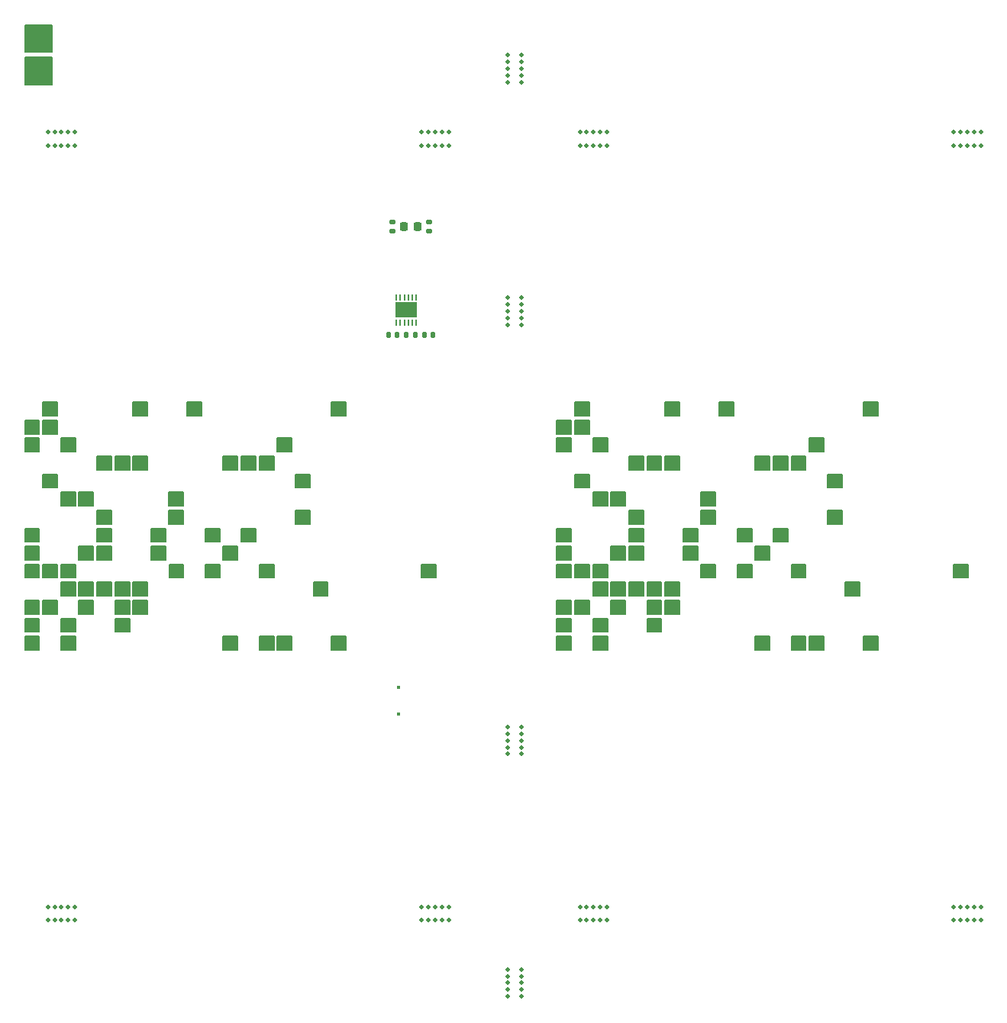
<source format=gts>
G04 #@! TF.GenerationSoftware,KiCad,Pcbnew,(6.0.7)*
G04 #@! TF.CreationDate,2023-01-11T21:48:03+01:00*
G04 #@! TF.ProjectId,PCBWallet,50434257-616c-46c6-9574-2e6b69636164,rev?*
G04 #@! TF.SameCoordinates,Original*
G04 #@! TF.FileFunction,Soldermask,Top*
G04 #@! TF.FilePolarity,Negative*
%FSLAX46Y46*%
G04 Gerber Fmt 4.6, Leading zero omitted, Abs format (unit mm)*
G04 Created by KiCad (PCBNEW (6.0.7)) date 2023-01-11 21:48:03*
%MOMM*%
%LPD*%
G01*
G04 APERTURE LIST*
G04 Aperture macros list*
%AMRoundRect*
0 Rectangle with rounded corners*
0 $1 Rounding radius*
0 $2 $3 $4 $5 $6 $7 $8 $9 X,Y pos of 4 corners*
0 Add a 4 corners polygon primitive as box body*
4,1,4,$2,$3,$4,$5,$6,$7,$8,$9,$2,$3,0*
0 Add four circle primitives for the rounded corners*
1,1,$1+$1,$2,$3*
1,1,$1+$1,$4,$5*
1,1,$1+$1,$6,$7*
1,1,$1+$1,$8,$9*
0 Add four rect primitives between the rounded corners*
20,1,$1+$1,$2,$3,$4,$5,0*
20,1,$1+$1,$4,$5,$6,$7,0*
20,1,$1+$1,$6,$7,$8,$9,0*
20,1,$1+$1,$8,$9,$2,$3,0*%
G04 Aperture macros list end*
%ADD10C,0.200000*%
%ADD11C,0.500000*%
%ADD12RoundRect,0.140000X0.170000X-0.140000X0.170000X0.140000X-0.170000X0.140000X-0.170000X-0.140000X0*%
%ADD13RoundRect,0.140000X-0.140000X-0.170000X0.140000X-0.170000X0.140000X0.170000X-0.140000X0.170000X0*%
%ADD14RoundRect,0.218750X0.218750X0.256250X-0.218750X0.256250X-0.218750X-0.256250X0.218750X-0.256250X0*%
%ADD15R,0.250000X0.700000*%
%ADD16R,2.380000X1.660000*%
%ADD17RoundRect,0.135000X0.185000X-0.135000X0.185000X0.135000X-0.185000X0.135000X-0.185000X-0.135000X0*%
%ADD18C,0.400000*%
G04 APERTURE END LIST*
D10*
X33500000Y-51000000D02*
X36500000Y-51000000D01*
X36500000Y-51000000D02*
X36500000Y-54000000D01*
X36500000Y-54000000D02*
X33500000Y-54000000D01*
X33500000Y-54000000D02*
X33500000Y-51000000D01*
G36*
X33500000Y-51000000D02*
G01*
X36500000Y-51000000D01*
X36500000Y-54000000D01*
X33500000Y-54000000D01*
X33500000Y-51000000D01*
G37*
X33500000Y-105250000D02*
X35100000Y-105250000D01*
X35100000Y-105250000D02*
X35100000Y-106750000D01*
X35100000Y-106750000D02*
X33500000Y-106750000D01*
X33500000Y-106750000D02*
X33500000Y-105250000D01*
G36*
X33500000Y-105250000D02*
G01*
X35100000Y-105250000D01*
X35100000Y-106750000D01*
X33500000Y-106750000D01*
X33500000Y-105250000D01*
G37*
X114500000Y-95250000D02*
X116100000Y-95250000D01*
X116100000Y-95250000D02*
X116100000Y-96750000D01*
X116100000Y-96750000D02*
X114500000Y-96750000D01*
X114500000Y-96750000D02*
X114500000Y-95250000D01*
G36*
X114500000Y-95250000D02*
G01*
X116100000Y-95250000D01*
X116100000Y-96750000D01*
X114500000Y-96750000D01*
X114500000Y-95250000D01*
G37*
X39100000Y-116750000D02*
X37500000Y-116750000D01*
X37500000Y-116750000D02*
X37500000Y-115250000D01*
X37500000Y-115250000D02*
X39100000Y-115250000D01*
X39100000Y-115250000D02*
X39100000Y-116750000D01*
G36*
X39100000Y-116750000D02*
G01*
X37500000Y-116750000D01*
X37500000Y-115250000D01*
X39100000Y-115250000D01*
X39100000Y-116750000D01*
G37*
X43500000Y-113250000D02*
X45100000Y-113250000D01*
X45100000Y-113250000D02*
X45100000Y-114750000D01*
X45100000Y-114750000D02*
X43500000Y-114750000D01*
X43500000Y-114750000D02*
X43500000Y-113250000D01*
G36*
X43500000Y-113250000D02*
G01*
X45100000Y-113250000D01*
X45100000Y-114750000D01*
X43500000Y-114750000D01*
X43500000Y-113250000D01*
G37*
X108485648Y-99241953D02*
X110085648Y-99241953D01*
X110085648Y-99241953D02*
X110085648Y-100741953D01*
X110085648Y-100741953D02*
X108485648Y-100741953D01*
X108485648Y-100741953D02*
X108485648Y-99241953D01*
G36*
X108485648Y-99241953D02*
G01*
X110085648Y-99241953D01*
X110085648Y-100741953D01*
X108485648Y-100741953D01*
X108485648Y-99241953D01*
G37*
X112500000Y-103250000D02*
X114100000Y-103250000D01*
X114100000Y-103250000D02*
X114100000Y-104750000D01*
X114100000Y-104750000D02*
X112500000Y-104750000D01*
X112500000Y-104750000D02*
X112500000Y-103250000D01*
G36*
X112500000Y-103250000D02*
G01*
X114100000Y-103250000D01*
X114100000Y-104750000D01*
X112500000Y-104750000D01*
X112500000Y-103250000D01*
G37*
X92500000Y-91250000D02*
X94100000Y-91250000D01*
X94100000Y-91250000D02*
X94100000Y-92750000D01*
X94100000Y-92750000D02*
X92500000Y-92750000D01*
X92500000Y-92750000D02*
X92500000Y-91250000D01*
G36*
X92500000Y-91250000D02*
G01*
X94100000Y-91250000D01*
X94100000Y-92750000D01*
X92500000Y-92750000D01*
X92500000Y-91250000D01*
G37*
X102100000Y-104750000D02*
X100500000Y-104750000D01*
X100500000Y-104750000D02*
X100500000Y-103250000D01*
X100500000Y-103250000D02*
X102100000Y-103250000D01*
X102100000Y-103250000D02*
X102100000Y-104750000D01*
G36*
X102100000Y-104750000D02*
G01*
X100500000Y-104750000D01*
X100500000Y-103250000D01*
X102100000Y-103250000D01*
X102100000Y-104750000D01*
G37*
X126500000Y-115250000D02*
X128100000Y-115250000D01*
X128100000Y-115250000D02*
X128100000Y-116750000D01*
X128100000Y-116750000D02*
X126500000Y-116750000D01*
X126500000Y-116750000D02*
X126500000Y-115250000D01*
G36*
X126500000Y-115250000D02*
G01*
X128100000Y-115250000D01*
X128100000Y-116750000D01*
X126500000Y-116750000D01*
X126500000Y-115250000D01*
G37*
X92500000Y-103250000D02*
X94100000Y-103250000D01*
X94100000Y-103250000D02*
X94100000Y-104750000D01*
X94100000Y-104750000D02*
X92500000Y-104750000D01*
X92500000Y-104750000D02*
X92500000Y-103250000D01*
G36*
X92500000Y-103250000D02*
G01*
X94100000Y-103250000D01*
X94100000Y-104750000D01*
X92500000Y-104750000D01*
X92500000Y-103250000D01*
G37*
X33500000Y-111250000D02*
X35100000Y-111250000D01*
X35100000Y-111250000D02*
X35100000Y-112750000D01*
X35100000Y-112750000D02*
X33500000Y-112750000D01*
X33500000Y-112750000D02*
X33500000Y-111250000D01*
G36*
X33500000Y-111250000D02*
G01*
X35100000Y-111250000D01*
X35100000Y-112750000D01*
X33500000Y-112750000D01*
X33500000Y-111250000D01*
G37*
X92500000Y-115250000D02*
X94100000Y-115250000D01*
X94100000Y-115250000D02*
X94100000Y-116750000D01*
X94100000Y-116750000D02*
X92500000Y-116750000D01*
X92500000Y-116750000D02*
X92500000Y-115250000D01*
G36*
X92500000Y-115250000D02*
G01*
X94100000Y-115250000D01*
X94100000Y-116750000D01*
X92500000Y-116750000D01*
X92500000Y-115250000D01*
G37*
X35500000Y-89250000D02*
X37100000Y-89250000D01*
X37100000Y-89250000D02*
X37100000Y-90750000D01*
X37100000Y-90750000D02*
X35500000Y-90750000D01*
X35500000Y-90750000D02*
X35500000Y-89250000D01*
G36*
X35500000Y-89250000D02*
G01*
X37100000Y-89250000D01*
X37100000Y-90750000D01*
X35500000Y-90750000D01*
X35500000Y-89250000D01*
G37*
X122100000Y-94750000D02*
X120500000Y-94750000D01*
X120500000Y-94750000D02*
X120500000Y-93250000D01*
X120500000Y-93250000D02*
X122100000Y-93250000D01*
X122100000Y-93250000D02*
X122100000Y-94750000D01*
G36*
X122100000Y-94750000D02*
G01*
X120500000Y-94750000D01*
X120500000Y-93250000D01*
X122100000Y-93250000D01*
X122100000Y-94750000D01*
G37*
X61100000Y-108750000D02*
X59500000Y-108750000D01*
X59500000Y-108750000D02*
X59500000Y-107250000D01*
X59500000Y-107250000D02*
X61100000Y-107250000D01*
X61100000Y-107250000D02*
X61100000Y-108750000D01*
G36*
X61100000Y-108750000D02*
G01*
X59500000Y-108750000D01*
X59500000Y-107250000D01*
X61100000Y-107250000D01*
X61100000Y-108750000D01*
G37*
X96500000Y-93250000D02*
X98100000Y-93250000D01*
X98100000Y-93250000D02*
X98100000Y-94750000D01*
X98100000Y-94750000D02*
X96500000Y-94750000D01*
X96500000Y-94750000D02*
X96500000Y-93250000D01*
G36*
X96500000Y-93250000D02*
G01*
X98100000Y-93250000D01*
X98100000Y-94750000D01*
X96500000Y-94750000D01*
X96500000Y-93250000D01*
G37*
X114500000Y-105250000D02*
X116100000Y-105250000D01*
X116100000Y-105250000D02*
X116100000Y-106750000D01*
X116100000Y-106750000D02*
X114500000Y-106750000D01*
X114500000Y-106750000D02*
X114500000Y-105250000D01*
G36*
X114500000Y-105250000D02*
G01*
X116100000Y-105250000D01*
X116100000Y-106750000D01*
X114500000Y-106750000D01*
X114500000Y-105250000D01*
G37*
X49485648Y-99241953D02*
X51085648Y-99241953D01*
X51085648Y-99241953D02*
X51085648Y-100741953D01*
X51085648Y-100741953D02*
X49485648Y-100741953D01*
X49485648Y-100741953D02*
X49485648Y-99241953D01*
G36*
X49485648Y-99241953D02*
G01*
X51085648Y-99241953D01*
X51085648Y-100741953D01*
X49485648Y-100741953D01*
X49485648Y-99241953D01*
G37*
X33500000Y-47400000D02*
X36500000Y-47400000D01*
X36500000Y-47400000D02*
X36500000Y-50400000D01*
X36500000Y-50400000D02*
X33500000Y-50400000D01*
X33500000Y-50400000D02*
X33500000Y-47400000D01*
G36*
X33500000Y-47400000D02*
G01*
X36500000Y-47400000D01*
X36500000Y-50400000D01*
X33500000Y-50400000D01*
X33500000Y-47400000D01*
G37*
X108500000Y-107250000D02*
X110100000Y-107250000D01*
X110100000Y-107250000D02*
X110100000Y-108750000D01*
X110100000Y-108750000D02*
X108500000Y-108750000D01*
X108500000Y-108750000D02*
X108500000Y-107250000D01*
G36*
X108500000Y-107250000D02*
G01*
X110100000Y-107250000D01*
X110100000Y-108750000D01*
X108500000Y-108750000D01*
X108500000Y-107250000D01*
G37*
X33500000Y-107250000D02*
X35100000Y-107250000D01*
X35100000Y-107250000D02*
X35100000Y-108750000D01*
X35100000Y-108750000D02*
X33500000Y-108750000D01*
X33500000Y-108750000D02*
X33500000Y-107250000D01*
G36*
X33500000Y-107250000D02*
G01*
X35100000Y-107250000D01*
X35100000Y-108750000D01*
X33500000Y-108750000D01*
X33500000Y-107250000D01*
G37*
X35500000Y-97250000D02*
X37100000Y-97250000D01*
X37100000Y-97250000D02*
X37100000Y-98750000D01*
X37100000Y-98750000D02*
X35500000Y-98750000D01*
X35500000Y-98750000D02*
X35500000Y-97250000D01*
G36*
X35500000Y-97250000D02*
G01*
X37100000Y-97250000D01*
X37100000Y-98750000D01*
X35500000Y-98750000D01*
X35500000Y-97250000D01*
G37*
X100500000Y-109250000D02*
X102100000Y-109250000D01*
X102100000Y-109250000D02*
X102100000Y-110750000D01*
X102100000Y-110750000D02*
X100500000Y-110750000D01*
X100500000Y-110750000D02*
X100500000Y-109250000D01*
G36*
X100500000Y-109250000D02*
G01*
X102100000Y-109250000D01*
X102100000Y-110750000D01*
X100500000Y-110750000D01*
X100500000Y-109250000D01*
G37*
X122500000Y-97250000D02*
X124100000Y-97250000D01*
X124100000Y-97250000D02*
X124100000Y-98750000D01*
X124100000Y-98750000D02*
X122500000Y-98750000D01*
X122500000Y-98750000D02*
X122500000Y-97250000D01*
G36*
X122500000Y-97250000D02*
G01*
X124100000Y-97250000D01*
X124100000Y-98750000D01*
X122500000Y-98750000D01*
X122500000Y-97250000D01*
G37*
X94500000Y-91250000D02*
X96100000Y-91250000D01*
X96100000Y-91250000D02*
X96100000Y-92750000D01*
X96100000Y-92750000D02*
X94500000Y-92750000D01*
X94500000Y-92750000D02*
X94500000Y-91250000D01*
G36*
X94500000Y-91250000D02*
G01*
X96100000Y-91250000D01*
X96100000Y-92750000D01*
X94500000Y-92750000D01*
X94500000Y-91250000D01*
G37*
X124500000Y-109250000D02*
X126100000Y-109250000D01*
X126100000Y-109250000D02*
X126100000Y-110750000D01*
X126100000Y-110750000D02*
X124500000Y-110750000D01*
X124500000Y-110750000D02*
X124500000Y-109250000D01*
G36*
X124500000Y-109250000D02*
G01*
X126100000Y-109250000D01*
X126100000Y-110750000D01*
X124500000Y-110750000D01*
X124500000Y-109250000D01*
G37*
X55500000Y-115250000D02*
X57100000Y-115250000D01*
X57100000Y-115250000D02*
X57100000Y-116750000D01*
X57100000Y-116750000D02*
X55500000Y-116750000D01*
X55500000Y-116750000D02*
X55500000Y-115250000D01*
G36*
X55500000Y-115250000D02*
G01*
X57100000Y-115250000D01*
X57100000Y-116750000D01*
X55500000Y-116750000D01*
X55500000Y-115250000D01*
G37*
X126500000Y-89250000D02*
X128100000Y-89250000D01*
X128100000Y-89250000D02*
X128100000Y-90750000D01*
X128100000Y-90750000D02*
X126500000Y-90750000D01*
X126500000Y-90750000D02*
X126500000Y-89250000D01*
G36*
X126500000Y-89250000D02*
G01*
X128100000Y-89250000D01*
X128100000Y-90750000D01*
X126500000Y-90750000D01*
X126500000Y-89250000D01*
G37*
X39100000Y-110750000D02*
X37500000Y-110750000D01*
X37500000Y-110750000D02*
X37500000Y-109250000D01*
X37500000Y-109250000D02*
X39100000Y-109250000D01*
X39100000Y-109250000D02*
X39100000Y-110750000D01*
G36*
X39100000Y-110750000D02*
G01*
X37500000Y-110750000D01*
X37500000Y-109250000D01*
X39100000Y-109250000D01*
X39100000Y-110750000D01*
G37*
X37500000Y-99250000D02*
X39100000Y-99250000D01*
X39100000Y-99250000D02*
X39100000Y-100750000D01*
X39100000Y-100750000D02*
X37500000Y-100750000D01*
X37500000Y-100750000D02*
X37500000Y-99250000D01*
G36*
X37500000Y-99250000D02*
G01*
X39100000Y-99250000D01*
X39100000Y-100750000D01*
X37500000Y-100750000D01*
X37500000Y-99250000D01*
G37*
X47500000Y-103250000D02*
X49100000Y-103250000D01*
X49100000Y-103250000D02*
X49100000Y-104750000D01*
X49100000Y-104750000D02*
X47500000Y-104750000D01*
X47500000Y-104750000D02*
X47500000Y-103250000D01*
G36*
X47500000Y-103250000D02*
G01*
X49100000Y-103250000D01*
X49100000Y-104750000D01*
X47500000Y-104750000D01*
X47500000Y-103250000D01*
G37*
X37500000Y-113250000D02*
X39100000Y-113250000D01*
X39100000Y-113250000D02*
X39100000Y-114750000D01*
X39100000Y-114750000D02*
X37500000Y-114750000D01*
X37500000Y-114750000D02*
X37500000Y-113250000D01*
G36*
X37500000Y-113250000D02*
G01*
X39100000Y-113250000D01*
X39100000Y-114750000D01*
X37500000Y-114750000D01*
X37500000Y-113250000D01*
G37*
X102500000Y-109250000D02*
X104100000Y-109250000D01*
X104100000Y-109250000D02*
X104100000Y-110750000D01*
X104100000Y-110750000D02*
X102500000Y-110750000D01*
X102500000Y-110750000D02*
X102500000Y-109250000D01*
G36*
X102500000Y-109250000D02*
G01*
X104100000Y-109250000D01*
X104100000Y-110750000D01*
X102500000Y-110750000D01*
X102500000Y-109250000D01*
G37*
X110085648Y-102741953D02*
X108485648Y-102741953D01*
X108485648Y-102741953D02*
X108485648Y-101241953D01*
X108485648Y-101241953D02*
X110085648Y-101241953D01*
X110085648Y-101241953D02*
X110085648Y-102741953D01*
G36*
X110085648Y-102741953D02*
G01*
X108485648Y-102741953D01*
X108485648Y-101241953D01*
X110085648Y-101241953D01*
X110085648Y-102741953D01*
G37*
X45500000Y-95250000D02*
X47100000Y-95250000D01*
X47100000Y-95250000D02*
X47100000Y-96750000D01*
X47100000Y-96750000D02*
X45500000Y-96750000D01*
X45500000Y-96750000D02*
X45500000Y-95250000D01*
G36*
X45500000Y-95250000D02*
G01*
X47100000Y-95250000D01*
X47100000Y-96750000D01*
X45500000Y-96750000D01*
X45500000Y-95250000D01*
G37*
X55500000Y-95250000D02*
X57100000Y-95250000D01*
X57100000Y-95250000D02*
X57100000Y-96750000D01*
X57100000Y-96750000D02*
X55500000Y-96750000D01*
X55500000Y-96750000D02*
X55500000Y-95250000D01*
G36*
X55500000Y-95250000D02*
G01*
X57100000Y-95250000D01*
X57100000Y-96750000D01*
X55500000Y-96750000D01*
X55500000Y-95250000D01*
G37*
X63500000Y-97250000D02*
X65100000Y-97250000D01*
X65100000Y-97250000D02*
X65100000Y-98750000D01*
X65100000Y-98750000D02*
X63500000Y-98750000D01*
X63500000Y-98750000D02*
X63500000Y-97250000D01*
G36*
X63500000Y-97250000D02*
G01*
X65100000Y-97250000D01*
X65100000Y-98750000D01*
X63500000Y-98750000D01*
X63500000Y-97250000D01*
G37*
X35500000Y-107250000D02*
X37100000Y-107250000D01*
X37100000Y-107250000D02*
X37100000Y-108750000D01*
X37100000Y-108750000D02*
X35500000Y-108750000D01*
X35500000Y-108750000D02*
X35500000Y-107250000D01*
G36*
X35500000Y-107250000D02*
G01*
X37100000Y-107250000D01*
X37100000Y-108750000D01*
X35500000Y-108750000D01*
X35500000Y-107250000D01*
G37*
X110500000Y-89250000D02*
X112100000Y-89250000D01*
X112100000Y-89250000D02*
X112100000Y-90750000D01*
X112100000Y-90750000D02*
X110500000Y-90750000D01*
X110500000Y-90750000D02*
X110500000Y-89250000D01*
G36*
X110500000Y-89250000D02*
G01*
X112100000Y-89250000D01*
X112100000Y-90750000D01*
X110500000Y-90750000D01*
X110500000Y-89250000D01*
G37*
X104100000Y-112750000D02*
X102500000Y-112750000D01*
X102500000Y-112750000D02*
X102500000Y-111250000D01*
X102500000Y-111250000D02*
X104100000Y-111250000D01*
X104100000Y-111250000D02*
X104100000Y-112750000D01*
G36*
X104100000Y-112750000D02*
G01*
X102500000Y-112750000D01*
X102500000Y-111250000D01*
X104100000Y-111250000D01*
X104100000Y-112750000D01*
G37*
X61500000Y-115250000D02*
X63100000Y-115250000D01*
X63100000Y-115250000D02*
X63100000Y-116750000D01*
X63100000Y-116750000D02*
X61500000Y-116750000D01*
X61500000Y-116750000D02*
X61500000Y-115250000D01*
G36*
X61500000Y-115250000D02*
G01*
X63100000Y-115250000D01*
X63100000Y-116750000D01*
X61500000Y-116750000D01*
X61500000Y-115250000D01*
G37*
X63500000Y-101250000D02*
X65100000Y-101250000D01*
X65100000Y-101250000D02*
X65100000Y-102750000D01*
X65100000Y-102750000D02*
X63500000Y-102750000D01*
X63500000Y-102750000D02*
X63500000Y-101250000D01*
G36*
X63500000Y-101250000D02*
G01*
X65100000Y-101250000D01*
X65100000Y-102750000D01*
X63500000Y-102750000D01*
X63500000Y-101250000D01*
G37*
X45100000Y-112750000D02*
X43500000Y-112750000D01*
X43500000Y-112750000D02*
X43500000Y-111250000D01*
X43500000Y-111250000D02*
X45100000Y-111250000D01*
X45100000Y-111250000D02*
X45100000Y-112750000D01*
G36*
X45100000Y-112750000D02*
G01*
X43500000Y-112750000D01*
X43500000Y-111250000D01*
X45100000Y-111250000D01*
X45100000Y-112750000D01*
G37*
X118500000Y-95250000D02*
X120100000Y-95250000D01*
X120100000Y-95250000D02*
X120100000Y-96750000D01*
X120100000Y-96750000D02*
X118500000Y-96750000D01*
X118500000Y-96750000D02*
X118500000Y-95250000D01*
G36*
X118500000Y-95250000D02*
G01*
X120100000Y-95250000D01*
X120100000Y-96750000D01*
X118500000Y-96750000D01*
X118500000Y-95250000D01*
G37*
X33500000Y-93250000D02*
X35100000Y-93250000D01*
X35100000Y-93250000D02*
X35100000Y-94750000D01*
X35100000Y-94750000D02*
X33500000Y-94750000D01*
X33500000Y-94750000D02*
X33500000Y-93250000D01*
G36*
X33500000Y-93250000D02*
G01*
X35100000Y-93250000D01*
X35100000Y-94750000D01*
X33500000Y-94750000D01*
X33500000Y-93250000D01*
G37*
X116500000Y-103250000D02*
X118100000Y-103250000D01*
X118100000Y-103250000D02*
X118100000Y-104750000D01*
X118100000Y-104750000D02*
X116500000Y-104750000D01*
X116500000Y-104750000D02*
X116500000Y-103250000D01*
G36*
X116500000Y-103250000D02*
G01*
X118100000Y-103250000D01*
X118100000Y-104750000D01*
X116500000Y-104750000D01*
X116500000Y-103250000D01*
G37*
X94500000Y-107250000D02*
X96100000Y-107250000D01*
X96100000Y-107250000D02*
X96100000Y-108750000D01*
X96100000Y-108750000D02*
X94500000Y-108750000D01*
X94500000Y-108750000D02*
X94500000Y-107250000D01*
G36*
X94500000Y-107250000D02*
G01*
X96100000Y-107250000D01*
X96100000Y-108750000D01*
X94500000Y-108750000D01*
X94500000Y-107250000D01*
G37*
X106500000Y-103250000D02*
X108100000Y-103250000D01*
X108100000Y-103250000D02*
X108100000Y-104750000D01*
X108100000Y-104750000D02*
X106500000Y-104750000D01*
X106500000Y-104750000D02*
X106500000Y-103250000D01*
G36*
X106500000Y-103250000D02*
G01*
X108100000Y-103250000D01*
X108100000Y-104750000D01*
X106500000Y-104750000D01*
X106500000Y-103250000D01*
G37*
X37500000Y-107250000D02*
X39100000Y-107250000D01*
X39100000Y-107250000D02*
X39100000Y-108750000D01*
X39100000Y-108750000D02*
X37500000Y-108750000D01*
X37500000Y-108750000D02*
X37500000Y-107250000D01*
G36*
X37500000Y-107250000D02*
G01*
X39100000Y-107250000D01*
X39100000Y-108750000D01*
X37500000Y-108750000D01*
X37500000Y-107250000D01*
G37*
X39500000Y-105250000D02*
X41100000Y-105250000D01*
X41100000Y-105250000D02*
X41100000Y-106750000D01*
X41100000Y-106750000D02*
X39500000Y-106750000D01*
X39500000Y-106750000D02*
X39500000Y-105250000D01*
G36*
X39500000Y-105250000D02*
G01*
X41100000Y-105250000D01*
X41100000Y-106750000D01*
X39500000Y-106750000D01*
X39500000Y-105250000D01*
G37*
X53500000Y-103250000D02*
X55100000Y-103250000D01*
X55100000Y-103250000D02*
X55100000Y-104750000D01*
X55100000Y-104750000D02*
X53500000Y-104750000D01*
X53500000Y-104750000D02*
X53500000Y-103250000D01*
G36*
X53500000Y-103250000D02*
G01*
X55100000Y-103250000D01*
X55100000Y-104750000D01*
X53500000Y-104750000D01*
X53500000Y-103250000D01*
G37*
X55500000Y-105250000D02*
X57100000Y-105250000D01*
X57100000Y-105250000D02*
X57100000Y-106750000D01*
X57100000Y-106750000D02*
X55500000Y-106750000D01*
X55500000Y-106750000D02*
X55500000Y-105250000D01*
G36*
X55500000Y-105250000D02*
G01*
X57100000Y-105250000D01*
X57100000Y-106750000D01*
X55500000Y-106750000D01*
X55500000Y-105250000D01*
G37*
X35500000Y-91250000D02*
X37100000Y-91250000D01*
X37100000Y-91250000D02*
X37100000Y-92750000D01*
X37100000Y-92750000D02*
X35500000Y-92750000D01*
X35500000Y-92750000D02*
X35500000Y-91250000D01*
G36*
X35500000Y-91250000D02*
G01*
X37100000Y-91250000D01*
X37100000Y-92750000D01*
X35500000Y-92750000D01*
X35500000Y-91250000D01*
G37*
X41500000Y-95250000D02*
X43100000Y-95250000D01*
X43100000Y-95250000D02*
X43100000Y-96750000D01*
X43100000Y-96750000D02*
X41500000Y-96750000D01*
X41500000Y-96750000D02*
X41500000Y-95250000D01*
G36*
X41500000Y-95250000D02*
G01*
X43100000Y-95250000D01*
X43100000Y-96750000D01*
X41500000Y-96750000D01*
X41500000Y-95250000D01*
G37*
X98100000Y-110750000D02*
X96500000Y-110750000D01*
X96500000Y-110750000D02*
X96500000Y-109250000D01*
X96500000Y-109250000D02*
X98100000Y-109250000D01*
X98100000Y-109250000D02*
X98100000Y-110750000D01*
G36*
X98100000Y-110750000D02*
G01*
X96500000Y-110750000D01*
X96500000Y-109250000D01*
X98100000Y-109250000D01*
X98100000Y-110750000D01*
G37*
X35500000Y-89250000D02*
X37100000Y-89250000D01*
X37100000Y-89250000D02*
X37100000Y-90750000D01*
X37100000Y-90750000D02*
X35500000Y-90750000D01*
X35500000Y-90750000D02*
X35500000Y-89250000D01*
G36*
X35500000Y-89250000D02*
G01*
X37100000Y-89250000D01*
X37100000Y-90750000D01*
X35500000Y-90750000D01*
X35500000Y-89250000D01*
G37*
X122500000Y-101250000D02*
X124100000Y-101250000D01*
X124100000Y-101250000D02*
X124100000Y-102750000D01*
X124100000Y-102750000D02*
X122500000Y-102750000D01*
X122500000Y-102750000D02*
X122500000Y-101250000D01*
G36*
X122500000Y-101250000D02*
G01*
X124100000Y-101250000D01*
X124100000Y-102750000D01*
X122500000Y-102750000D01*
X122500000Y-101250000D01*
G37*
X104500000Y-95250000D02*
X106100000Y-95250000D01*
X106100000Y-95250000D02*
X106100000Y-96750000D01*
X106100000Y-96750000D02*
X104500000Y-96750000D01*
X104500000Y-96750000D02*
X104500000Y-95250000D01*
G36*
X104500000Y-95250000D02*
G01*
X106100000Y-95250000D01*
X106100000Y-96750000D01*
X104500000Y-96750000D01*
X104500000Y-95250000D01*
G37*
X104500000Y-89250000D02*
X106100000Y-89250000D01*
X106100000Y-89250000D02*
X106100000Y-90750000D01*
X106100000Y-90750000D02*
X104500000Y-90750000D01*
X104500000Y-90750000D02*
X104500000Y-89250000D01*
G36*
X104500000Y-89250000D02*
G01*
X106100000Y-89250000D01*
X106100000Y-90750000D01*
X104500000Y-90750000D01*
X104500000Y-89250000D01*
G37*
X63100000Y-94750000D02*
X61500000Y-94750000D01*
X61500000Y-94750000D02*
X61500000Y-93250000D01*
X61500000Y-93250000D02*
X63100000Y-93250000D01*
X63100000Y-93250000D02*
X63100000Y-94750000D01*
G36*
X63100000Y-94750000D02*
G01*
X61500000Y-94750000D01*
X61500000Y-93250000D01*
X63100000Y-93250000D01*
X63100000Y-94750000D01*
G37*
X102100000Y-106750000D02*
X100500000Y-106750000D01*
X100500000Y-106750000D02*
X100500000Y-105250000D01*
X100500000Y-105250000D02*
X102100000Y-105250000D01*
X102100000Y-105250000D02*
X102100000Y-106750000D01*
G36*
X102100000Y-106750000D02*
G01*
X100500000Y-106750000D01*
X100500000Y-105250000D01*
X102100000Y-105250000D01*
X102100000Y-106750000D01*
G37*
X94500000Y-111250000D02*
X96100000Y-111250000D01*
X96100000Y-111250000D02*
X96100000Y-112750000D01*
X96100000Y-112750000D02*
X94500000Y-112750000D01*
X94500000Y-112750000D02*
X94500000Y-111250000D01*
G36*
X94500000Y-111250000D02*
G01*
X96100000Y-111250000D01*
X96100000Y-112750000D01*
X94500000Y-112750000D01*
X94500000Y-111250000D01*
G37*
X118500000Y-115250000D02*
X120100000Y-115250000D01*
X120100000Y-115250000D02*
X120100000Y-116750000D01*
X120100000Y-116750000D02*
X118500000Y-116750000D01*
X118500000Y-116750000D02*
X118500000Y-115250000D01*
G36*
X118500000Y-115250000D02*
G01*
X120100000Y-115250000D01*
X120100000Y-116750000D01*
X118500000Y-116750000D01*
X118500000Y-115250000D01*
G37*
X92500000Y-111250000D02*
X94100000Y-111250000D01*
X94100000Y-111250000D02*
X94100000Y-112750000D01*
X94100000Y-112750000D02*
X92500000Y-112750000D01*
X92500000Y-112750000D02*
X92500000Y-111250000D01*
G36*
X92500000Y-111250000D02*
G01*
X94100000Y-111250000D01*
X94100000Y-112750000D01*
X92500000Y-112750000D01*
X92500000Y-111250000D01*
G37*
X118100000Y-96750000D02*
X116500000Y-96750000D01*
X116500000Y-96750000D02*
X116500000Y-95250000D01*
X116500000Y-95250000D02*
X118100000Y-95250000D01*
X118100000Y-95250000D02*
X118100000Y-96750000D01*
G36*
X118100000Y-96750000D02*
G01*
X116500000Y-96750000D01*
X116500000Y-95250000D01*
X118100000Y-95250000D01*
X118100000Y-96750000D01*
G37*
X33500000Y-113250000D02*
X35100000Y-113250000D01*
X35100000Y-113250000D02*
X35100000Y-114750000D01*
X35100000Y-114750000D02*
X33500000Y-114750000D01*
X33500000Y-114750000D02*
X33500000Y-113250000D01*
G36*
X33500000Y-113250000D02*
G01*
X35100000Y-113250000D01*
X35100000Y-114750000D01*
X33500000Y-114750000D01*
X33500000Y-113250000D01*
G37*
X49500000Y-107250000D02*
X51100000Y-107250000D01*
X51100000Y-107250000D02*
X51100000Y-108750000D01*
X51100000Y-108750000D02*
X49500000Y-108750000D01*
X49500000Y-108750000D02*
X49500000Y-107250000D01*
G36*
X49500000Y-107250000D02*
G01*
X51100000Y-107250000D01*
X51100000Y-108750000D01*
X49500000Y-108750000D01*
X49500000Y-107250000D01*
G37*
X43500000Y-109250000D02*
X45100000Y-109250000D01*
X45100000Y-109250000D02*
X45100000Y-110750000D01*
X45100000Y-110750000D02*
X43500000Y-110750000D01*
X43500000Y-110750000D02*
X43500000Y-109250000D01*
G36*
X43500000Y-109250000D02*
G01*
X45100000Y-109250000D01*
X45100000Y-110750000D01*
X43500000Y-110750000D01*
X43500000Y-109250000D01*
G37*
X41500000Y-101250000D02*
X43100000Y-101250000D01*
X43100000Y-101250000D02*
X43100000Y-102750000D01*
X43100000Y-102750000D02*
X41500000Y-102750000D01*
X41500000Y-102750000D02*
X41500000Y-101250000D01*
G36*
X41500000Y-101250000D02*
G01*
X43100000Y-101250000D01*
X43100000Y-102750000D01*
X41500000Y-102750000D01*
X41500000Y-101250000D01*
G37*
X94500000Y-89250000D02*
X96100000Y-89250000D01*
X96100000Y-89250000D02*
X96100000Y-90750000D01*
X96100000Y-90750000D02*
X94500000Y-90750000D01*
X94500000Y-90750000D02*
X94500000Y-89250000D01*
G36*
X94500000Y-89250000D02*
G01*
X96100000Y-89250000D01*
X96100000Y-90750000D01*
X94500000Y-90750000D01*
X94500000Y-89250000D01*
G37*
X47100000Y-112750000D02*
X45500000Y-112750000D01*
X45500000Y-112750000D02*
X45500000Y-111250000D01*
X45500000Y-111250000D02*
X47100000Y-111250000D01*
X47100000Y-111250000D02*
X47100000Y-112750000D01*
G36*
X47100000Y-112750000D02*
G01*
X45500000Y-112750000D01*
X45500000Y-111250000D01*
X47100000Y-111250000D01*
X47100000Y-112750000D01*
G37*
X51500000Y-89250000D02*
X53100000Y-89250000D01*
X53100000Y-89250000D02*
X53100000Y-90750000D01*
X53100000Y-90750000D02*
X51500000Y-90750000D01*
X51500000Y-90750000D02*
X51500000Y-89250000D01*
G36*
X51500000Y-89250000D02*
G01*
X53100000Y-89250000D01*
X53100000Y-90750000D01*
X51500000Y-90750000D01*
X51500000Y-89250000D01*
G37*
X100100000Y-112750000D02*
X98500000Y-112750000D01*
X98500000Y-112750000D02*
X98500000Y-111250000D01*
X98500000Y-111250000D02*
X100100000Y-111250000D01*
X100100000Y-111250000D02*
X100100000Y-112750000D01*
G36*
X100100000Y-112750000D02*
G01*
X98500000Y-112750000D01*
X98500000Y-111250000D01*
X100100000Y-111250000D01*
X100100000Y-112750000D01*
G37*
X102500000Y-113250000D02*
X104100000Y-113250000D01*
X104100000Y-113250000D02*
X104100000Y-114750000D01*
X104100000Y-114750000D02*
X102500000Y-114750000D01*
X102500000Y-114750000D02*
X102500000Y-113250000D01*
G36*
X102500000Y-113250000D02*
G01*
X104100000Y-113250000D01*
X104100000Y-114750000D01*
X102500000Y-114750000D01*
X102500000Y-113250000D01*
G37*
X41500000Y-109250000D02*
X43100000Y-109250000D01*
X43100000Y-109250000D02*
X43100000Y-110750000D01*
X43100000Y-110750000D02*
X41500000Y-110750000D01*
X41500000Y-110750000D02*
X41500000Y-109250000D01*
G36*
X41500000Y-109250000D02*
G01*
X43100000Y-109250000D01*
X43100000Y-110750000D01*
X41500000Y-110750000D01*
X41500000Y-109250000D01*
G37*
X106100000Y-112750000D02*
X104500000Y-112750000D01*
X104500000Y-112750000D02*
X104500000Y-111250000D01*
X104500000Y-111250000D02*
X106100000Y-111250000D01*
X106100000Y-111250000D02*
X106100000Y-112750000D01*
G36*
X106100000Y-112750000D02*
G01*
X104500000Y-112750000D01*
X104500000Y-111250000D01*
X106100000Y-111250000D01*
X106100000Y-112750000D01*
G37*
X120500000Y-115250000D02*
X122100000Y-115250000D01*
X122100000Y-115250000D02*
X122100000Y-116750000D01*
X122100000Y-116750000D02*
X120500000Y-116750000D01*
X120500000Y-116750000D02*
X120500000Y-115250000D01*
G36*
X120500000Y-115250000D02*
G01*
X122100000Y-115250000D01*
X122100000Y-116750000D01*
X120500000Y-116750000D01*
X120500000Y-115250000D01*
G37*
X37500000Y-93250000D02*
X39100000Y-93250000D01*
X39100000Y-93250000D02*
X39100000Y-94750000D01*
X39100000Y-94750000D02*
X37500000Y-94750000D01*
X37500000Y-94750000D02*
X37500000Y-93250000D01*
G36*
X37500000Y-93250000D02*
G01*
X39100000Y-93250000D01*
X39100000Y-94750000D01*
X37500000Y-94750000D01*
X37500000Y-93250000D01*
G37*
X92500000Y-105250000D02*
X94100000Y-105250000D01*
X94100000Y-105250000D02*
X94100000Y-106750000D01*
X94100000Y-106750000D02*
X92500000Y-106750000D01*
X92500000Y-106750000D02*
X92500000Y-105250000D01*
G36*
X92500000Y-105250000D02*
G01*
X94100000Y-105250000D01*
X94100000Y-106750000D01*
X92500000Y-106750000D01*
X92500000Y-105250000D01*
G37*
X94500000Y-97250000D02*
X96100000Y-97250000D01*
X96100000Y-97250000D02*
X96100000Y-98750000D01*
X96100000Y-98750000D02*
X94500000Y-98750000D01*
X94500000Y-98750000D02*
X94500000Y-97250000D01*
G36*
X94500000Y-97250000D02*
G01*
X96100000Y-97250000D01*
X96100000Y-98750000D01*
X94500000Y-98750000D01*
X94500000Y-97250000D01*
G37*
X112500000Y-107250000D02*
X114100000Y-107250000D01*
X114100000Y-107250000D02*
X114100000Y-108750000D01*
X114100000Y-108750000D02*
X112500000Y-108750000D01*
X112500000Y-108750000D02*
X112500000Y-107250000D01*
G36*
X112500000Y-107250000D02*
G01*
X114100000Y-107250000D01*
X114100000Y-108750000D01*
X112500000Y-108750000D01*
X112500000Y-107250000D01*
G37*
X104500000Y-109250000D02*
X106100000Y-109250000D01*
X106100000Y-109250000D02*
X106100000Y-110750000D01*
X106100000Y-110750000D02*
X104500000Y-110750000D01*
X104500000Y-110750000D02*
X104500000Y-109250000D01*
G36*
X104500000Y-109250000D02*
G01*
X106100000Y-109250000D01*
X106100000Y-110750000D01*
X104500000Y-110750000D01*
X104500000Y-109250000D01*
G37*
X33500000Y-115250000D02*
X35100000Y-115250000D01*
X35100000Y-115250000D02*
X35100000Y-116750000D01*
X35100000Y-116750000D02*
X33500000Y-116750000D01*
X33500000Y-116750000D02*
X33500000Y-115250000D01*
G36*
X33500000Y-115250000D02*
G01*
X35100000Y-115250000D01*
X35100000Y-116750000D01*
X33500000Y-116750000D01*
X33500000Y-115250000D01*
G37*
X92500000Y-113250000D02*
X94100000Y-113250000D01*
X94100000Y-113250000D02*
X94100000Y-114750000D01*
X94100000Y-114750000D02*
X92500000Y-114750000D01*
X92500000Y-114750000D02*
X92500000Y-113250000D01*
G36*
X92500000Y-113250000D02*
G01*
X94100000Y-113250000D01*
X94100000Y-114750000D01*
X92500000Y-114750000D01*
X92500000Y-113250000D01*
G37*
X43100000Y-104750000D02*
X41500000Y-104750000D01*
X41500000Y-104750000D02*
X41500000Y-103250000D01*
X41500000Y-103250000D02*
X43100000Y-103250000D01*
X43100000Y-103250000D02*
X43100000Y-104750000D01*
G36*
X43100000Y-104750000D02*
G01*
X41500000Y-104750000D01*
X41500000Y-103250000D01*
X43100000Y-103250000D01*
X43100000Y-104750000D01*
G37*
X98500000Y-105250000D02*
X100100000Y-105250000D01*
X100100000Y-105250000D02*
X100100000Y-106750000D01*
X100100000Y-106750000D02*
X98500000Y-106750000D01*
X98500000Y-106750000D02*
X98500000Y-105250000D01*
G36*
X98500000Y-105250000D02*
G01*
X100100000Y-105250000D01*
X100100000Y-106750000D01*
X98500000Y-106750000D01*
X98500000Y-105250000D01*
G37*
X96500000Y-107250000D02*
X98100000Y-107250000D01*
X98100000Y-107250000D02*
X98100000Y-108750000D01*
X98100000Y-108750000D02*
X96500000Y-108750000D01*
X96500000Y-108750000D02*
X96500000Y-107250000D01*
G36*
X96500000Y-107250000D02*
G01*
X98100000Y-107250000D01*
X98100000Y-108750000D01*
X96500000Y-108750000D01*
X96500000Y-107250000D01*
G37*
X77500000Y-107250000D02*
X79100000Y-107250000D01*
X79100000Y-107250000D02*
X79100000Y-108750000D01*
X79100000Y-108750000D02*
X77500000Y-108750000D01*
X77500000Y-108750000D02*
X77500000Y-107250000D01*
G36*
X77500000Y-107250000D02*
G01*
X79100000Y-107250000D01*
X79100000Y-108750000D01*
X77500000Y-108750000D01*
X77500000Y-107250000D01*
G37*
X108100000Y-106750000D02*
X106500000Y-106750000D01*
X106500000Y-106750000D02*
X106500000Y-105250000D01*
X106500000Y-105250000D02*
X108100000Y-105250000D01*
X108100000Y-105250000D02*
X108100000Y-106750000D01*
G36*
X108100000Y-106750000D02*
G01*
X106500000Y-106750000D01*
X106500000Y-105250000D01*
X108100000Y-105250000D01*
X108100000Y-106750000D01*
G37*
X45500000Y-89250000D02*
X47100000Y-89250000D01*
X47100000Y-89250000D02*
X47100000Y-90750000D01*
X47100000Y-90750000D02*
X45500000Y-90750000D01*
X45500000Y-90750000D02*
X45500000Y-89250000D01*
G36*
X45500000Y-89250000D02*
G01*
X47100000Y-89250000D01*
X47100000Y-90750000D01*
X45500000Y-90750000D01*
X45500000Y-89250000D01*
G37*
X59500000Y-95250000D02*
X61100000Y-95250000D01*
X61100000Y-95250000D02*
X61100000Y-96750000D01*
X61100000Y-96750000D02*
X59500000Y-96750000D01*
X59500000Y-96750000D02*
X59500000Y-95250000D01*
G36*
X59500000Y-95250000D02*
G01*
X61100000Y-95250000D01*
X61100000Y-96750000D01*
X59500000Y-96750000D01*
X59500000Y-95250000D01*
G37*
X98500000Y-99250000D02*
X100100000Y-99250000D01*
X100100000Y-99250000D02*
X100100000Y-100750000D01*
X100100000Y-100750000D02*
X98500000Y-100750000D01*
X98500000Y-100750000D02*
X98500000Y-99250000D01*
G36*
X98500000Y-99250000D02*
G01*
X100100000Y-99250000D01*
X100100000Y-100750000D01*
X98500000Y-100750000D01*
X98500000Y-99250000D01*
G37*
X92500000Y-107250000D02*
X94100000Y-107250000D01*
X94100000Y-107250000D02*
X94100000Y-108750000D01*
X94100000Y-108750000D02*
X92500000Y-108750000D01*
X92500000Y-108750000D02*
X92500000Y-107250000D01*
G36*
X92500000Y-107250000D02*
G01*
X94100000Y-107250000D01*
X94100000Y-108750000D01*
X92500000Y-108750000D01*
X92500000Y-107250000D01*
G37*
X136500000Y-107250000D02*
X138100000Y-107250000D01*
X138100000Y-107250000D02*
X138100000Y-108750000D01*
X138100000Y-108750000D02*
X136500000Y-108750000D01*
X136500000Y-108750000D02*
X136500000Y-107250000D01*
G36*
X136500000Y-107250000D02*
G01*
X138100000Y-107250000D01*
X138100000Y-108750000D01*
X136500000Y-108750000D01*
X136500000Y-107250000D01*
G37*
X92500000Y-93250000D02*
X94100000Y-93250000D01*
X94100000Y-93250000D02*
X94100000Y-94750000D01*
X94100000Y-94750000D02*
X92500000Y-94750000D01*
X92500000Y-94750000D02*
X92500000Y-93250000D01*
G36*
X92500000Y-93250000D02*
G01*
X94100000Y-93250000D01*
X94100000Y-94750000D01*
X92500000Y-94750000D01*
X92500000Y-93250000D01*
G37*
X41100000Y-112750000D02*
X39500000Y-112750000D01*
X39500000Y-112750000D02*
X39500000Y-111250000D01*
X39500000Y-111250000D02*
X41100000Y-111250000D01*
X41100000Y-111250000D02*
X41100000Y-112750000D01*
G36*
X41100000Y-112750000D02*
G01*
X39500000Y-112750000D01*
X39500000Y-111250000D01*
X41100000Y-111250000D01*
X41100000Y-112750000D01*
G37*
X67500000Y-115250000D02*
X69100000Y-115250000D01*
X69100000Y-115250000D02*
X69100000Y-116750000D01*
X69100000Y-116750000D02*
X67500000Y-116750000D01*
X67500000Y-116750000D02*
X67500000Y-115250000D01*
G36*
X67500000Y-115250000D02*
G01*
X69100000Y-115250000D01*
X69100000Y-116750000D01*
X67500000Y-116750000D01*
X67500000Y-115250000D01*
G37*
X33500000Y-103250000D02*
X35100000Y-103250000D01*
X35100000Y-103250000D02*
X35100000Y-104750000D01*
X35100000Y-104750000D02*
X33500000Y-104750000D01*
X33500000Y-104750000D02*
X33500000Y-103250000D01*
G36*
X33500000Y-103250000D02*
G01*
X35100000Y-103250000D01*
X35100000Y-104750000D01*
X33500000Y-104750000D01*
X33500000Y-103250000D01*
G37*
X67500000Y-89250000D02*
X69100000Y-89250000D01*
X69100000Y-89250000D02*
X69100000Y-90750000D01*
X69100000Y-90750000D02*
X67500000Y-90750000D01*
X67500000Y-90750000D02*
X67500000Y-89250000D01*
G36*
X67500000Y-89250000D02*
G01*
X69100000Y-89250000D01*
X69100000Y-90750000D01*
X67500000Y-90750000D01*
X67500000Y-89250000D01*
G37*
X49100000Y-106750000D02*
X47500000Y-106750000D01*
X47500000Y-106750000D02*
X47500000Y-105250000D01*
X47500000Y-105250000D02*
X49100000Y-105250000D01*
X49100000Y-105250000D02*
X49100000Y-106750000D01*
G36*
X49100000Y-106750000D02*
G01*
X47500000Y-106750000D01*
X47500000Y-105250000D01*
X49100000Y-105250000D01*
X49100000Y-106750000D01*
G37*
X94500000Y-89250000D02*
X96100000Y-89250000D01*
X96100000Y-89250000D02*
X96100000Y-90750000D01*
X96100000Y-90750000D02*
X94500000Y-90750000D01*
X94500000Y-90750000D02*
X94500000Y-89250000D01*
G36*
X94500000Y-89250000D02*
G01*
X96100000Y-89250000D01*
X96100000Y-90750000D01*
X94500000Y-90750000D01*
X94500000Y-89250000D01*
G37*
X98500000Y-109250000D02*
X100100000Y-109250000D01*
X100100000Y-109250000D02*
X100100000Y-110750000D01*
X100100000Y-110750000D02*
X98500000Y-110750000D01*
X98500000Y-110750000D02*
X98500000Y-109250000D01*
G36*
X98500000Y-109250000D02*
G01*
X100100000Y-109250000D01*
X100100000Y-110750000D01*
X98500000Y-110750000D01*
X98500000Y-109250000D01*
G37*
X43100000Y-106750000D02*
X41500000Y-106750000D01*
X41500000Y-106750000D02*
X41500000Y-105250000D01*
X41500000Y-105250000D02*
X43100000Y-105250000D01*
X43100000Y-105250000D02*
X43100000Y-106750000D01*
G36*
X43100000Y-106750000D02*
G01*
X41500000Y-106750000D01*
X41500000Y-105250000D01*
X43100000Y-105250000D01*
X43100000Y-106750000D01*
G37*
X51085648Y-102741953D02*
X49485648Y-102741953D01*
X49485648Y-102741953D02*
X49485648Y-101241953D01*
X49485648Y-101241953D02*
X51085648Y-101241953D01*
X51085648Y-101241953D02*
X51085648Y-102741953D01*
G36*
X51085648Y-102741953D02*
G01*
X49485648Y-102741953D01*
X49485648Y-101241953D01*
X51085648Y-101241953D01*
X51085648Y-102741953D01*
G37*
X39500000Y-109250000D02*
X41100000Y-109250000D01*
X41100000Y-109250000D02*
X41100000Y-110750000D01*
X41100000Y-110750000D02*
X39500000Y-110750000D01*
X39500000Y-110750000D02*
X39500000Y-109250000D01*
G36*
X39500000Y-109250000D02*
G01*
X41100000Y-109250000D01*
X41100000Y-110750000D01*
X39500000Y-110750000D01*
X39500000Y-109250000D01*
G37*
X33500000Y-91250000D02*
X35100000Y-91250000D01*
X35100000Y-91250000D02*
X35100000Y-92750000D01*
X35100000Y-92750000D02*
X33500000Y-92750000D01*
X33500000Y-92750000D02*
X33500000Y-91250000D01*
G36*
X33500000Y-91250000D02*
G01*
X35100000Y-91250000D01*
X35100000Y-92750000D01*
X33500000Y-92750000D01*
X33500000Y-91250000D01*
G37*
X65500000Y-109250000D02*
X67100000Y-109250000D01*
X67100000Y-109250000D02*
X67100000Y-110750000D01*
X67100000Y-110750000D02*
X65500000Y-110750000D01*
X65500000Y-110750000D02*
X65500000Y-109250000D01*
G36*
X65500000Y-109250000D02*
G01*
X67100000Y-109250000D01*
X67100000Y-110750000D01*
X65500000Y-110750000D01*
X65500000Y-109250000D01*
G37*
X120100000Y-108750000D02*
X118500000Y-108750000D01*
X118500000Y-108750000D02*
X118500000Y-107250000D01*
X118500000Y-107250000D02*
X120100000Y-107250000D01*
X120100000Y-107250000D02*
X120100000Y-108750000D01*
G36*
X120100000Y-108750000D02*
G01*
X118500000Y-108750000D01*
X118500000Y-107250000D01*
X120100000Y-107250000D01*
X120100000Y-108750000D01*
G37*
X100500000Y-101250000D02*
X102100000Y-101250000D01*
X102100000Y-101250000D02*
X102100000Y-102750000D01*
X102100000Y-102750000D02*
X100500000Y-102750000D01*
X100500000Y-102750000D02*
X100500000Y-101250000D01*
G36*
X100500000Y-101250000D02*
G01*
X102100000Y-101250000D01*
X102100000Y-102750000D01*
X100500000Y-102750000D01*
X100500000Y-101250000D01*
G37*
X104100000Y-96750000D02*
X102500000Y-96750000D01*
X102500000Y-96750000D02*
X102500000Y-95250000D01*
X102500000Y-95250000D02*
X104100000Y-95250000D01*
X104100000Y-95250000D02*
X104100000Y-96750000D01*
G36*
X104100000Y-96750000D02*
G01*
X102500000Y-96750000D01*
X102500000Y-95250000D01*
X104100000Y-95250000D01*
X104100000Y-96750000D01*
G37*
X53500000Y-107250000D02*
X55100000Y-107250000D01*
X55100000Y-107250000D02*
X55100000Y-108750000D01*
X55100000Y-108750000D02*
X53500000Y-108750000D01*
X53500000Y-108750000D02*
X53500000Y-107250000D01*
G36*
X53500000Y-107250000D02*
G01*
X55100000Y-107250000D01*
X55100000Y-108750000D01*
X53500000Y-108750000D01*
X53500000Y-107250000D01*
G37*
X98100000Y-116750000D02*
X96500000Y-116750000D01*
X96500000Y-116750000D02*
X96500000Y-115250000D01*
X96500000Y-115250000D02*
X98100000Y-115250000D01*
X98100000Y-115250000D02*
X98100000Y-116750000D01*
G36*
X98100000Y-116750000D02*
G01*
X96500000Y-116750000D01*
X96500000Y-115250000D01*
X98100000Y-115250000D01*
X98100000Y-116750000D01*
G37*
X96500000Y-113250000D02*
X98100000Y-113250000D01*
X98100000Y-113250000D02*
X98100000Y-114750000D01*
X98100000Y-114750000D02*
X96500000Y-114750000D01*
X96500000Y-114750000D02*
X96500000Y-113250000D01*
G36*
X96500000Y-113250000D02*
G01*
X98100000Y-113250000D01*
X98100000Y-114750000D01*
X96500000Y-114750000D01*
X96500000Y-113250000D01*
G37*
X57500000Y-103250000D02*
X59100000Y-103250000D01*
X59100000Y-103250000D02*
X59100000Y-104750000D01*
X59100000Y-104750000D02*
X57500000Y-104750000D01*
X57500000Y-104750000D02*
X57500000Y-103250000D01*
G36*
X57500000Y-103250000D02*
G01*
X59100000Y-103250000D01*
X59100000Y-104750000D01*
X57500000Y-104750000D01*
X57500000Y-103250000D01*
G37*
X100500000Y-95250000D02*
X102100000Y-95250000D01*
X102100000Y-95250000D02*
X102100000Y-96750000D01*
X102100000Y-96750000D02*
X100500000Y-96750000D01*
X100500000Y-96750000D02*
X100500000Y-95250000D01*
G36*
X100500000Y-95250000D02*
G01*
X102100000Y-95250000D01*
X102100000Y-96750000D01*
X100500000Y-96750000D01*
X100500000Y-95250000D01*
G37*
X59100000Y-96750000D02*
X57500000Y-96750000D01*
X57500000Y-96750000D02*
X57500000Y-95250000D01*
X57500000Y-95250000D02*
X59100000Y-95250000D01*
X59100000Y-95250000D02*
X59100000Y-96750000D01*
G36*
X59100000Y-96750000D02*
G01*
X57500000Y-96750000D01*
X57500000Y-95250000D01*
X59100000Y-95250000D01*
X59100000Y-96750000D01*
G37*
X39500000Y-99250000D02*
X41100000Y-99250000D01*
X41100000Y-99250000D02*
X41100000Y-100750000D01*
X41100000Y-100750000D02*
X39500000Y-100750000D01*
X39500000Y-100750000D02*
X39500000Y-99250000D01*
G36*
X39500000Y-99250000D02*
G01*
X41100000Y-99250000D01*
X41100000Y-100750000D01*
X39500000Y-100750000D01*
X39500000Y-99250000D01*
G37*
X45100000Y-96750000D02*
X43500000Y-96750000D01*
X43500000Y-96750000D02*
X43500000Y-95250000D01*
X43500000Y-95250000D02*
X45100000Y-95250000D01*
X45100000Y-95250000D02*
X45100000Y-96750000D01*
G36*
X45100000Y-96750000D02*
G01*
X43500000Y-96750000D01*
X43500000Y-95250000D01*
X45100000Y-95250000D01*
X45100000Y-96750000D01*
G37*
X96500000Y-99250000D02*
X98100000Y-99250000D01*
X98100000Y-99250000D02*
X98100000Y-100750000D01*
X98100000Y-100750000D02*
X96500000Y-100750000D01*
X96500000Y-100750000D02*
X96500000Y-99250000D01*
G36*
X96500000Y-99250000D02*
G01*
X98100000Y-99250000D01*
X98100000Y-100750000D01*
X96500000Y-100750000D01*
X96500000Y-99250000D01*
G37*
X59500000Y-115250000D02*
X61100000Y-115250000D01*
X61100000Y-115250000D02*
X61100000Y-116750000D01*
X61100000Y-116750000D02*
X59500000Y-116750000D01*
X59500000Y-116750000D02*
X59500000Y-115250000D01*
G36*
X59500000Y-115250000D02*
G01*
X61100000Y-115250000D01*
X61100000Y-116750000D01*
X59500000Y-116750000D01*
X59500000Y-115250000D01*
G37*
X114500000Y-115250000D02*
X116100000Y-115250000D01*
X116100000Y-115250000D02*
X116100000Y-116750000D01*
X116100000Y-116750000D02*
X114500000Y-116750000D01*
X114500000Y-116750000D02*
X114500000Y-115250000D01*
G36*
X114500000Y-115250000D02*
G01*
X116100000Y-115250000D01*
X116100000Y-116750000D01*
X114500000Y-116750000D01*
X114500000Y-115250000D01*
G37*
X35500000Y-111250000D02*
X37100000Y-111250000D01*
X37100000Y-111250000D02*
X37100000Y-112750000D01*
X37100000Y-112750000D02*
X35500000Y-112750000D01*
X35500000Y-112750000D02*
X35500000Y-111250000D01*
G36*
X35500000Y-111250000D02*
G01*
X37100000Y-111250000D01*
X37100000Y-112750000D01*
X35500000Y-112750000D01*
X35500000Y-111250000D01*
G37*
X45500000Y-109250000D02*
X47100000Y-109250000D01*
X47100000Y-109250000D02*
X47100000Y-110750000D01*
X47100000Y-110750000D02*
X45500000Y-110750000D01*
X45500000Y-110750000D02*
X45500000Y-109250000D01*
G36*
X45500000Y-109250000D02*
G01*
X47100000Y-109250000D01*
X47100000Y-110750000D01*
X45500000Y-110750000D01*
X45500000Y-109250000D01*
G37*
D11*
X87051248Y-78400062D03*
X88551248Y-79150062D03*
X87051248Y-80650062D03*
X87051248Y-77650062D03*
X88551248Y-78400062D03*
X88551248Y-79900062D03*
X87051248Y-79150062D03*
X87051248Y-79900062D03*
X88551248Y-80650062D03*
X88551248Y-77650062D03*
X87051248Y-51500062D03*
X88551248Y-52250062D03*
X87051248Y-53750062D03*
X87051248Y-50750062D03*
X88551248Y-51500062D03*
X88551248Y-53000062D03*
X87051248Y-52250062D03*
X87051248Y-53000062D03*
X88551248Y-53750062D03*
X88551248Y-50750062D03*
X88550000Y-127550000D03*
X87050000Y-126800000D03*
X88550000Y-125300000D03*
X88550000Y-128300000D03*
X87050000Y-127550000D03*
X87050000Y-126050000D03*
X88550000Y-126800000D03*
X88550000Y-126050000D03*
X87050000Y-125300000D03*
X87050000Y-128300000D03*
X88550000Y-154450000D03*
X87050000Y-153700000D03*
X88550000Y-152200000D03*
X88550000Y-155200000D03*
X87050000Y-154450000D03*
X87050000Y-152950000D03*
X88550000Y-153700000D03*
X88550000Y-152950000D03*
X87050000Y-152200000D03*
X87050000Y-155200000D03*
X137250000Y-146750000D03*
X138000000Y-145250000D03*
X139500000Y-146750000D03*
X136500000Y-146750000D03*
X137250000Y-145250000D03*
X138750000Y-145250000D03*
X138000000Y-146750000D03*
X138750000Y-146750000D03*
X139500000Y-145250000D03*
X136500000Y-145250000D03*
X95800000Y-146750000D03*
X96550000Y-145250000D03*
X98050000Y-146750000D03*
X95050000Y-146750000D03*
X95800000Y-145250000D03*
X97300000Y-145250000D03*
X96550000Y-146750000D03*
X97300000Y-146750000D03*
X98050000Y-145250000D03*
X95050000Y-145250000D03*
X137250000Y-60750000D03*
X138000000Y-59250000D03*
X139500000Y-60750000D03*
X136500000Y-60750000D03*
X137250000Y-59250000D03*
X138750000Y-59250000D03*
X138000000Y-60750000D03*
X138750000Y-60750000D03*
X139500000Y-59250000D03*
X136500000Y-59250000D03*
X95800000Y-60750000D03*
X96550000Y-59250000D03*
X98050000Y-60750000D03*
X95050000Y-60750000D03*
X95800000Y-59250000D03*
X97300000Y-59250000D03*
X96550000Y-60750000D03*
X97300000Y-60750000D03*
X98050000Y-59250000D03*
X95050000Y-59250000D03*
X77500000Y-59250000D03*
X80500000Y-59250000D03*
X79750000Y-60750000D03*
X79000000Y-60750000D03*
X79750000Y-59250000D03*
X78250000Y-59250000D03*
X77500000Y-60750000D03*
X80500000Y-60750000D03*
X79000000Y-59250000D03*
X78250000Y-60750000D03*
X36050000Y-59250000D03*
X39050000Y-59250000D03*
X38300000Y-60750000D03*
X37550000Y-60750000D03*
X38300000Y-59250000D03*
X36800000Y-59250000D03*
X36050000Y-60750000D03*
X39050000Y-60750000D03*
X37550000Y-59250000D03*
X36800000Y-60750000D03*
X78250000Y-146750000D03*
X79000000Y-145250000D03*
X80500000Y-146750000D03*
X77500000Y-146750000D03*
X78250000Y-145250000D03*
X79750000Y-145250000D03*
X79000000Y-146750000D03*
X79750000Y-146750000D03*
X80500000Y-145250000D03*
X77500000Y-145250000D03*
X36800000Y-146750000D03*
X36800000Y-145250000D03*
X37550000Y-146750000D03*
X37550000Y-145250000D03*
X38300000Y-145250000D03*
X38300000Y-146750000D03*
X39050000Y-145250000D03*
X36050000Y-145250000D03*
X36050000Y-146750000D03*
X39050000Y-146750000D03*
D12*
X74300000Y-70230000D03*
X74300000Y-69270000D03*
D13*
X75820000Y-81750000D03*
X76780000Y-81750000D03*
X77820000Y-81750000D03*
X78780000Y-81750000D03*
D14*
X77087500Y-69750000D03*
X75512500Y-69750000D03*
D15*
X74675000Y-80400000D03*
X75125000Y-80400000D03*
X75575000Y-80400000D03*
X76025000Y-80400000D03*
X76475000Y-80400000D03*
X76925000Y-80400000D03*
X76925000Y-77600000D03*
X76475000Y-77600000D03*
X76025000Y-77600000D03*
X75575000Y-77600000D03*
X75125000Y-77600000D03*
X74675000Y-77600000D03*
D16*
X75800000Y-79000000D03*
D17*
X78300000Y-70270000D03*
X78300000Y-69250000D03*
D13*
X73820000Y-81750000D03*
X74780000Y-81750000D03*
D18*
X74900000Y-120900025D03*
X74900000Y-123900000D03*
M02*

</source>
